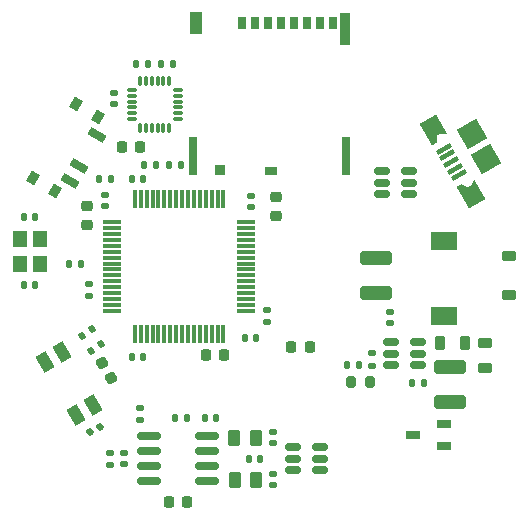
<source format=gbr>
%TF.GenerationSoftware,KiCad,Pcbnew,7.0.5*%
%TF.CreationDate,2023-08-08T00:55:00+02:00*%
%TF.ProjectId,STM32F4_HexGauge_V3,53544d33-3246-4345-9f48-657847617567,rev?*%
%TF.SameCoordinates,Original*%
%TF.FileFunction,Paste,Top*%
%TF.FilePolarity,Positive*%
%FSLAX46Y46*%
G04 Gerber Fmt 4.6, Leading zero omitted, Abs format (unit mm)*
G04 Created by KiCad (PCBNEW 7.0.5) date 2023-08-08 00:55:00*
%MOMM*%
%LPD*%
G01*
G04 APERTURE LIST*
G04 Aperture macros list*
%AMRoundRect*
0 Rectangle with rounded corners*
0 $1 Rounding radius*
0 $2 $3 $4 $5 $6 $7 $8 $9 X,Y pos of 4 corners*
0 Add a 4 corners polygon primitive as box body*
4,1,4,$2,$3,$4,$5,$6,$7,$8,$9,$2,$3,0*
0 Add four circle primitives for the rounded corners*
1,1,$1+$1,$2,$3*
1,1,$1+$1,$4,$5*
1,1,$1+$1,$6,$7*
1,1,$1+$1,$8,$9*
0 Add four rect primitives between the rounded corners*
20,1,$1+$1,$2,$3,$4,$5,0*
20,1,$1+$1,$4,$5,$6,$7,0*
20,1,$1+$1,$6,$7,$8,$9,0*
20,1,$1+$1,$8,$9,$2,$3,0*%
%AMRotRect*
0 Rectangle, with rotation*
0 The origin of the aperture is its center*
0 $1 length*
0 $2 width*
0 $3 Rotation angle, in degrees counterclockwise*
0 Add horizontal line*
21,1,$1,$2,0,0,$3*%
%AMFreePoly0*
4,1,9,1.050000,0.350000,0.550000,0.000000,0.550000,-0.400000,0.799999,-0.650000,0.800000,-0.800000,-1.050000,-0.800000,-1.050000,0.800000,1.050000,0.800000,1.050000,0.350000,1.050000,0.350000,$1*%
%AMFreePoly1*
4,1,9,1.050000,-0.800000,-0.800000,-0.800000,-0.800000,-0.650001,-0.550000,-0.400000,-0.550000,0.000000,-1.050000,0.350000,-1.050000,0.800000,1.050000,0.800000,1.050000,-0.800000,1.050000,-0.800000,$1*%
G04 Aperture macros list end*
%ADD10RotRect,0.400000X1.350000X120.000000*%
%ADD11FreePoly0,120.000000*%
%ADD12RotRect,1.900000X1.900000X120.000000*%
%ADD13FreePoly1,120.000000*%
%ADD14RoundRect,0.140000X0.140000X0.170000X-0.140000X0.170000X-0.140000X-0.170000X0.140000X-0.170000X0*%
%ADD15RoundRect,0.140000X-0.170000X0.140000X-0.170000X-0.140000X0.170000X-0.140000X0.170000X0.140000X0*%
%ADD16RoundRect,0.135000X-0.185000X0.135000X-0.185000X-0.135000X0.185000X-0.135000X0.185000X0.135000X0*%
%ADD17RoundRect,0.135000X0.024413X0.227715X-0.209413X0.092715X-0.024413X-0.227715X0.209413X-0.092715X0*%
%ADD18RoundRect,0.135000X-0.135000X-0.185000X0.135000X-0.185000X0.135000X0.185000X-0.135000X0.185000X0*%
%ADD19RoundRect,0.135000X0.185000X-0.135000X0.185000X0.135000X-0.185000X0.135000X-0.185000X-0.135000X0*%
%ADD20RoundRect,0.140000X0.170000X-0.140000X0.170000X0.140000X-0.170000X0.140000X-0.170000X-0.140000X0*%
%ADD21RoundRect,0.250000X-1.100000X0.325000X-1.100000X-0.325000X1.100000X-0.325000X1.100000X0.325000X0*%
%ADD22R,1.200000X1.400000*%
%ADD23RoundRect,0.218750X0.218750X0.256250X-0.218750X0.256250X-0.218750X-0.256250X0.218750X-0.256250X0*%
%ADD24RoundRect,0.250000X0.262500X0.450000X-0.262500X0.450000X-0.262500X-0.450000X0.262500X-0.450000X0*%
%ADD25RoundRect,0.225000X0.375000X-0.225000X0.375000X0.225000X-0.375000X0.225000X-0.375000X-0.225000X0*%
%ADD26RoundRect,0.218750X0.381250X-0.218750X0.381250X0.218750X-0.381250X0.218750X-0.381250X-0.218750X0*%
%ADD27RoundRect,0.225000X-0.250000X0.225000X-0.250000X-0.225000X0.250000X-0.225000X0.250000X0.225000X0*%
%ADD28RoundRect,0.140000X-0.140000X-0.170000X0.140000X-0.170000X0.140000X0.170000X-0.140000X0.170000X0*%
%ADD29RoundRect,0.150000X-0.512500X-0.150000X0.512500X-0.150000X0.512500X0.150000X-0.512500X0.150000X0*%
%ADD30RoundRect,0.150000X-0.825000X-0.150000X0.825000X-0.150000X0.825000X0.150000X-0.825000X0.150000X0*%
%ADD31RotRect,1.550000X1.000000X300.000000*%
%ADD32RoundRect,0.225000X-0.329006X0.069856X-0.104006X-0.319856X0.329006X-0.069856X0.104006X0.319856X0*%
%ADD33RoundRect,0.225000X0.225000X0.250000X-0.225000X0.250000X-0.225000X-0.250000X0.225000X-0.250000X0*%
%ADD34RotRect,1.000000X0.800000X240.000000*%
%ADD35RotRect,0.700000X1.500000X240.000000*%
%ADD36RoundRect,0.140000X0.036244X0.217224X-0.206244X0.077224X-0.036244X-0.217224X0.206244X-0.077224X0*%
%ADD37RoundRect,0.075000X0.350000X0.075000X-0.350000X0.075000X-0.350000X-0.075000X0.350000X-0.075000X0*%
%ADD38RoundRect,0.075000X-0.075000X0.350000X-0.075000X-0.350000X0.075000X-0.350000X0.075000X0.350000X0*%
%ADD39RoundRect,0.075000X-0.700000X-0.075000X0.700000X-0.075000X0.700000X0.075000X-0.700000X0.075000X0*%
%ADD40RoundRect,0.075000X-0.075000X-0.700000X0.075000X-0.700000X0.075000X0.700000X-0.075000X0.700000X0*%
%ADD41R,0.700000X1.100000*%
%ADD42R,0.900000X0.930000*%
%ADD43R,1.050000X0.780000*%
%ADD44R,0.700000X3.330000*%
%ADD45R,0.860000X2.800000*%
%ADD46R,1.140000X1.830000*%
%ADD47RoundRect,0.135000X0.135000X0.185000X-0.135000X0.185000X-0.135000X-0.185000X0.135000X-0.185000X0*%
%ADD48RoundRect,0.225000X-0.225000X-0.250000X0.225000X-0.250000X0.225000X0.250000X-0.225000X0.250000X0*%
%ADD49R,2.200000X1.500000*%
%ADD50R,1.220000X0.650000*%
%ADD51RoundRect,0.225000X0.250000X-0.225000X0.250000X0.225000X-0.250000X0.225000X-0.250000X-0.225000X0*%
%ADD52RoundRect,0.200000X-0.200000X-0.275000X0.200000X-0.275000X0.200000X0.275000X-0.200000X0.275000X0*%
%ADD53RoundRect,0.218750X0.218750X0.381250X-0.218750X0.381250X-0.218750X-0.381250X0.218750X-0.381250X0*%
%ADD54RoundRect,0.250000X-0.262500X-0.450000X0.262500X-0.450000X0.262500X0.450000X-0.262500X0.450000X0*%
G04 APERTURE END LIST*
D10*
%TO.C,J1*%
X137941382Y-76100103D03*
X137616382Y-75537187D03*
X137291382Y-74974270D03*
X136966382Y-74411353D03*
X136641382Y-73848437D03*
D11*
X138949635Y-77596449D03*
D12*
X140208000Y-74676000D03*
X139008000Y-72597540D03*
D13*
X135849635Y-72227091D03*
%TD*%
D14*
%TO.C,C19*%
X113700000Y-66675000D03*
X112740000Y-66675000D03*
%TD*%
D15*
%TO.C,C21*%
X122189000Y-97818000D03*
X122189000Y-98778000D03*
%TD*%
D16*
%TO.C,R14*%
X108400000Y-99590000D03*
X108400000Y-100610000D03*
%TD*%
D17*
%TO.C,R1*%
X106867673Y-89153000D03*
X105984327Y-89663000D03*
%TD*%
D18*
%TO.C,R4*%
X104900000Y-83570000D03*
X105920000Y-83570000D03*
%TD*%
%TO.C,R16*%
X113910000Y-96647000D03*
X114930000Y-96647000D03*
%TD*%
D19*
%TO.C,R5*%
X121720000Y-88530000D03*
X121720000Y-87510000D03*
%TD*%
D20*
%TO.C,C14*%
X132080000Y-88618000D03*
X132080000Y-87658000D03*
%TD*%
D21*
%TO.C,C15*%
X130920000Y-83095000D03*
X130920000Y-86045000D03*
%TD*%
D17*
%TO.C,R3*%
X107629673Y-90423000D03*
X106746327Y-90933000D03*
%TD*%
D22*
%TO.C,Y1*%
X102450000Y-83650000D03*
X102450000Y-81450000D03*
X100750000Y-81450000D03*
X100750000Y-83650000D03*
%TD*%
D23*
%TO.C,D1*%
X125307500Y-90620000D03*
X123732500Y-90620000D03*
%TD*%
D24*
%TO.C,R13*%
X120753500Y-98298000D03*
X118928500Y-98298000D03*
%TD*%
D25*
%TO.C,D2*%
X142170000Y-86220000D03*
X142170000Y-82920000D03*
%TD*%
D26*
%TO.C,F1*%
X140170000Y-92382500D03*
X140170000Y-90257500D03*
%TD*%
D27*
%TO.C,C1*%
X106476800Y-78727000D03*
X106476800Y-80277000D03*
%TD*%
D14*
%TO.C,C11*%
X102080000Y-85420000D03*
X101120000Y-85420000D03*
%TD*%
D28*
%TO.C,C10*%
X101120000Y-79620000D03*
X102080000Y-79620000D03*
%TD*%
D15*
%TO.C,C23*%
X122174000Y-101374000D03*
X122174000Y-102334000D03*
%TD*%
D29*
%TO.C,U4*%
X123910500Y-99126000D03*
X123910500Y-100076000D03*
X123910500Y-101026000D03*
X126185500Y-101026000D03*
X126185500Y-100076000D03*
X126185500Y-99126000D03*
%TD*%
D28*
%TO.C,C5*%
X119820000Y-89900000D03*
X120780000Y-89900000D03*
%TD*%
D30*
%TO.C,U3*%
X111698000Y-98171000D03*
X111698000Y-99441000D03*
X111698000Y-100711000D03*
X111698000Y-101981000D03*
X116648000Y-101981000D03*
X116648000Y-100711000D03*
X116648000Y-99441000D03*
X116648000Y-98171000D03*
%TD*%
D18*
%TO.C,R2*%
X107440000Y-76420000D03*
X108460000Y-76420000D03*
%TD*%
D29*
%TO.C,U2*%
X132212500Y-90236000D03*
X132212500Y-91186000D03*
X132212500Y-92136000D03*
X134487500Y-92136000D03*
X134487500Y-91186000D03*
X134487500Y-90236000D03*
%TD*%
D31*
%TO.C,SW1*%
X105478378Y-96420317D03*
X102853378Y-91873683D03*
X106950622Y-95570317D03*
X104325622Y-91023683D03*
%TD*%
D32*
%TO.C,C8*%
X107732500Y-91948830D03*
X108507500Y-93291170D03*
%TD*%
D33*
%TO.C,C26*%
X110960200Y-73660000D03*
X109410200Y-73660000D03*
%TD*%
D20*
%TO.C,C7*%
X106620000Y-86300000D03*
X106620000Y-85340000D03*
%TD*%
D28*
%TO.C,C22*%
X120170000Y-100076000D03*
X121130000Y-100076000D03*
%TD*%
%TO.C,C24*%
X116440000Y-96647000D03*
X117400000Y-96647000D03*
%TD*%
D34*
%TO.C,SW2*%
X107402500Y-71143007D03*
X105488584Y-70038007D03*
X103752500Y-77464993D03*
X101838584Y-76359993D03*
D35*
X107265416Y-72680443D03*
X105765416Y-75278519D03*
X105015416Y-76577557D03*
%TD*%
D20*
%TO.C,C18*%
X109601000Y-100556000D03*
X109601000Y-99596000D03*
%TD*%
%TO.C,C6*%
X120296000Y-78800000D03*
X120296000Y-77840000D03*
%TD*%
D36*
%TO.C,C9*%
X107535692Y-97380000D03*
X106704308Y-97860000D03*
%TD*%
D37*
%TO.C,U5*%
X114120000Y-71354000D03*
X114120000Y-70854000D03*
X114120000Y-70354000D03*
X114120000Y-69854000D03*
X114120000Y-69354000D03*
X114120000Y-68854000D03*
D38*
X113420000Y-68154000D03*
X112920000Y-68154000D03*
X112420000Y-68154000D03*
X111920000Y-68154000D03*
X111420000Y-68154000D03*
X110920000Y-68154000D03*
D37*
X110220000Y-68854000D03*
X110220000Y-69354000D03*
X110220000Y-69854000D03*
X110220000Y-70354000D03*
X110220000Y-70854000D03*
X110220000Y-71354000D03*
D38*
X110920000Y-72054000D03*
X111420000Y-72054000D03*
X111920000Y-72054000D03*
X112420000Y-72054000D03*
X112920000Y-72054000D03*
X113420000Y-72054000D03*
%TD*%
D39*
%TO.C,U1*%
X108574200Y-80070000D03*
X108574200Y-80570000D03*
X108574200Y-81070000D03*
X108574200Y-81570000D03*
X108574200Y-82070000D03*
X108574200Y-82570000D03*
X108574200Y-83070000D03*
X108574200Y-83570000D03*
X108574200Y-84070000D03*
X108574200Y-84570000D03*
X108574200Y-85070000D03*
X108574200Y-85570000D03*
X108574200Y-86070000D03*
X108574200Y-86570000D03*
X108574200Y-87070000D03*
X108574200Y-87570000D03*
D40*
X110499200Y-89495000D03*
X110999200Y-89495000D03*
X111499200Y-89495000D03*
X111999200Y-89495000D03*
X112499200Y-89495000D03*
X112999200Y-89495000D03*
X113499200Y-89495000D03*
X113999200Y-89495000D03*
X114499200Y-89495000D03*
X114999200Y-89495000D03*
X115499200Y-89495000D03*
X115999200Y-89495000D03*
X116499200Y-89495000D03*
X116999200Y-89495000D03*
X117499200Y-89495000D03*
X117999200Y-89495000D03*
D39*
X119924200Y-87570000D03*
X119924200Y-87070000D03*
X119924200Y-86570000D03*
X119924200Y-86070000D03*
X119924200Y-85570000D03*
X119924200Y-85070000D03*
X119924200Y-84570000D03*
X119924200Y-84070000D03*
X119924200Y-83570000D03*
X119924200Y-83070000D03*
X119924200Y-82570000D03*
X119924200Y-82070000D03*
X119924200Y-81570000D03*
X119924200Y-81070000D03*
X119924200Y-80570000D03*
X119924200Y-80070000D03*
D40*
X117999200Y-78145000D03*
X117499200Y-78145000D03*
X116999200Y-78145000D03*
X116499200Y-78145000D03*
X115999200Y-78145000D03*
X115499200Y-78145000D03*
X114999200Y-78145000D03*
X114499200Y-78145000D03*
X113999200Y-78145000D03*
X113499200Y-78145000D03*
X112999200Y-78145000D03*
X112499200Y-78145000D03*
X111999200Y-78145000D03*
X111499200Y-78145000D03*
X110999200Y-78145000D03*
X110499200Y-78145000D03*
%TD*%
D41*
%TO.C,J3*%
X119540000Y-63220000D03*
X120640000Y-63220000D03*
X121740000Y-63220000D03*
X122840000Y-63220000D03*
X123940000Y-63220000D03*
X125040000Y-63220000D03*
X126140000Y-63220000D03*
X127240000Y-63220000D03*
D42*
X117750000Y-75685000D03*
D43*
X122015000Y-75760000D03*
D44*
X128400000Y-74485000D03*
D45*
X128320000Y-63720000D03*
D46*
X115660000Y-63235000D03*
D44*
X115440000Y-74485000D03*
%TD*%
D21*
%TO.C,C16*%
X137170000Y-92345000D03*
X137170000Y-95295000D03*
%TD*%
D47*
%TO.C,R7*%
X112270000Y-75184000D03*
X111250000Y-75184000D03*
%TD*%
D18*
%TO.C,R6*%
X113409000Y-75184000D03*
X114429000Y-75184000D03*
%TD*%
D48*
%TO.C,C17*%
X113398000Y-103759000D03*
X114948000Y-103759000D03*
%TD*%
D16*
%TO.C,R12*%
X110920000Y-95790000D03*
X110920000Y-96810000D03*
%TD*%
D49*
%TO.C,L1*%
X136652000Y-88036000D03*
X136652000Y-81636000D03*
%TD*%
D14*
%TO.C,C25*%
X111600000Y-66675000D03*
X110640000Y-66675000D03*
%TD*%
D50*
%TO.C,Q1*%
X136710000Y-99020000D03*
X136710000Y-97120000D03*
X134090000Y-98070000D03*
%TD*%
D28*
%TO.C,C3*%
X110240000Y-76420000D03*
X111200000Y-76420000D03*
%TD*%
D51*
%TO.C,C13*%
X122428000Y-79515000D03*
X122428000Y-77965000D03*
%TD*%
D19*
%TO.C,R11*%
X130556000Y-92204000D03*
X130556000Y-91184000D03*
%TD*%
D29*
%TO.C,U6*%
X131450500Y-75758000D03*
X131450500Y-76708000D03*
X131450500Y-77658000D03*
X133725500Y-77658000D03*
X133725500Y-76708000D03*
X133725500Y-75758000D03*
%TD*%
D47*
%TO.C,R10*%
X135010000Y-93700000D03*
X133990000Y-93700000D03*
%TD*%
D20*
%TO.C,C2*%
X107950000Y-78712000D03*
X107950000Y-77752000D03*
%TD*%
D48*
%TO.C,C12*%
X116525000Y-91300000D03*
X118075000Y-91300000D03*
%TD*%
D52*
%TO.C,R9*%
X128775000Y-93600000D03*
X130425000Y-93600000D03*
%TD*%
D15*
%TO.C,C20*%
X108762800Y-69116000D03*
X108762800Y-70076000D03*
%TD*%
D14*
%TO.C,C4*%
X111224000Y-91440000D03*
X110264000Y-91440000D03*
%TD*%
D53*
%TO.C,FB1*%
X138482500Y-90320000D03*
X136357500Y-90320000D03*
%TD*%
D54*
%TO.C,R15*%
X118948500Y-101854000D03*
X120773500Y-101854000D03*
%TD*%
D18*
%TO.C,R8*%
X128490000Y-92200000D03*
X129510000Y-92200000D03*
%TD*%
M02*

</source>
